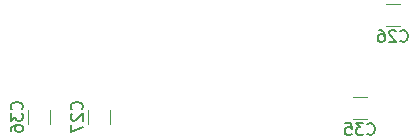
<source format=gbo>
%TF.GenerationSoftware,KiCad,Pcbnew,(5.1.6-0-10_14)*%
%TF.CreationDate,2021-04-04T14:44:52-05:00*%
%TF.ProjectId,preamp_controller1,70726561-6d70-45f6-936f-6e74726f6c6c,Rev. 01*%
%TF.SameCoordinates,Original*%
%TF.FileFunction,Legend,Bot*%
%TF.FilePolarity,Positive*%
%FSLAX46Y46*%
G04 Gerber Fmt 4.6, Leading zero omitted, Abs format (unit mm)*
G04 Created by KiCad (PCBNEW (5.1.6-0-10_14)) date 2021-04-04 14:44:52*
%MOMM*%
%LPD*%
G01*
G04 APERTURE LIST*
%ADD10C,0.120000*%
%ADD11C,0.150000*%
G04 APERTURE END LIST*
D10*
%TO.C,C26*%
X130969936Y-910000D02*
X132174064Y-910000D01*
X130969936Y910000D02*
X132174064Y910000D01*
%TO.C,C27*%
X107590000Y-8033936D02*
X107590000Y-9238064D01*
X105770000Y-8033936D02*
X105770000Y-9238064D01*
%TO.C,C35*%
X128175936Y-6964000D02*
X129380064Y-6964000D01*
X128175936Y-8784000D02*
X129380064Y-8784000D01*
%TO.C,C36*%
X100690000Y-8033936D02*
X100690000Y-9238064D01*
X102510000Y-8033936D02*
X102510000Y-9238064D01*
%TO.C,C26*%
D11*
X132214857Y-2177142D02*
X132262476Y-2224761D01*
X132405333Y-2272380D01*
X132500571Y-2272380D01*
X132643428Y-2224761D01*
X132738666Y-2129523D01*
X132786285Y-2034285D01*
X132833904Y-1843809D01*
X132833904Y-1700952D01*
X132786285Y-1510476D01*
X132738666Y-1415238D01*
X132643428Y-1320000D01*
X132500571Y-1272380D01*
X132405333Y-1272380D01*
X132262476Y-1320000D01*
X132214857Y-1367619D01*
X131833904Y-1367619D02*
X131786285Y-1320000D01*
X131691047Y-1272380D01*
X131452952Y-1272380D01*
X131357714Y-1320000D01*
X131310095Y-1367619D01*
X131262476Y-1462857D01*
X131262476Y-1558095D01*
X131310095Y-1700952D01*
X131881523Y-2272380D01*
X131262476Y-2272380D01*
X130405333Y-1272380D02*
X130595809Y-1272380D01*
X130691047Y-1320000D01*
X130738666Y-1367619D01*
X130833904Y-1510476D01*
X130881523Y-1700952D01*
X130881523Y-2081904D01*
X130833904Y-2177142D01*
X130786285Y-2224761D01*
X130691047Y-2272380D01*
X130500571Y-2272380D01*
X130405333Y-2224761D01*
X130357714Y-2177142D01*
X130310095Y-2081904D01*
X130310095Y-1843809D01*
X130357714Y-1748571D01*
X130405333Y-1700952D01*
X130500571Y-1653333D01*
X130691047Y-1653333D01*
X130786285Y-1700952D01*
X130833904Y-1748571D01*
X130881523Y-1843809D01*
%TO.C,C27*%
X105217142Y-7993142D02*
X105264761Y-7945523D01*
X105312380Y-7802666D01*
X105312380Y-7707428D01*
X105264761Y-7564571D01*
X105169523Y-7469333D01*
X105074285Y-7421714D01*
X104883809Y-7374095D01*
X104740952Y-7374095D01*
X104550476Y-7421714D01*
X104455238Y-7469333D01*
X104360000Y-7564571D01*
X104312380Y-7707428D01*
X104312380Y-7802666D01*
X104360000Y-7945523D01*
X104407619Y-7993142D01*
X104407619Y-8374095D02*
X104360000Y-8421714D01*
X104312380Y-8516952D01*
X104312380Y-8755047D01*
X104360000Y-8850285D01*
X104407619Y-8897904D01*
X104502857Y-8945523D01*
X104598095Y-8945523D01*
X104740952Y-8897904D01*
X105312380Y-8326476D01*
X105312380Y-8945523D01*
X104312380Y-9278857D02*
X104312380Y-9945523D01*
X105312380Y-9516952D01*
%TO.C,C35*%
X129420857Y-10051142D02*
X129468476Y-10098761D01*
X129611333Y-10146380D01*
X129706571Y-10146380D01*
X129849428Y-10098761D01*
X129944666Y-10003523D01*
X129992285Y-9908285D01*
X130039904Y-9717809D01*
X130039904Y-9574952D01*
X129992285Y-9384476D01*
X129944666Y-9289238D01*
X129849428Y-9194000D01*
X129706571Y-9146380D01*
X129611333Y-9146380D01*
X129468476Y-9194000D01*
X129420857Y-9241619D01*
X129087523Y-9146380D02*
X128468476Y-9146380D01*
X128801809Y-9527333D01*
X128658952Y-9527333D01*
X128563714Y-9574952D01*
X128516095Y-9622571D01*
X128468476Y-9717809D01*
X128468476Y-9955904D01*
X128516095Y-10051142D01*
X128563714Y-10098761D01*
X128658952Y-10146380D01*
X128944666Y-10146380D01*
X129039904Y-10098761D01*
X129087523Y-10051142D01*
X127563714Y-9146380D02*
X128039904Y-9146380D01*
X128087523Y-9622571D01*
X128039904Y-9574952D01*
X127944666Y-9527333D01*
X127706571Y-9527333D01*
X127611333Y-9574952D01*
X127563714Y-9622571D01*
X127516095Y-9717809D01*
X127516095Y-9955904D01*
X127563714Y-10051142D01*
X127611333Y-10098761D01*
X127706571Y-10146380D01*
X127944666Y-10146380D01*
X128039904Y-10098761D01*
X128087523Y-10051142D01*
%TO.C,C36*%
X100137142Y-7993142D02*
X100184761Y-7945523D01*
X100232380Y-7802666D01*
X100232380Y-7707428D01*
X100184761Y-7564571D01*
X100089523Y-7469333D01*
X99994285Y-7421714D01*
X99803809Y-7374095D01*
X99660952Y-7374095D01*
X99470476Y-7421714D01*
X99375238Y-7469333D01*
X99280000Y-7564571D01*
X99232380Y-7707428D01*
X99232380Y-7802666D01*
X99280000Y-7945523D01*
X99327619Y-7993142D01*
X99232380Y-8326476D02*
X99232380Y-8945523D01*
X99613333Y-8612190D01*
X99613333Y-8755047D01*
X99660952Y-8850285D01*
X99708571Y-8897904D01*
X99803809Y-8945523D01*
X100041904Y-8945523D01*
X100137142Y-8897904D01*
X100184761Y-8850285D01*
X100232380Y-8755047D01*
X100232380Y-8469333D01*
X100184761Y-8374095D01*
X100137142Y-8326476D01*
X99232380Y-9802666D02*
X99232380Y-9612190D01*
X99280000Y-9516952D01*
X99327619Y-9469333D01*
X99470476Y-9374095D01*
X99660952Y-9326476D01*
X100041904Y-9326476D01*
X100137142Y-9374095D01*
X100184761Y-9421714D01*
X100232380Y-9516952D01*
X100232380Y-9707428D01*
X100184761Y-9802666D01*
X100137142Y-9850285D01*
X100041904Y-9897904D01*
X99803809Y-9897904D01*
X99708571Y-9850285D01*
X99660952Y-9802666D01*
X99613333Y-9707428D01*
X99613333Y-9516952D01*
X99660952Y-9421714D01*
X99708571Y-9374095D01*
X99803809Y-9326476D01*
%TD*%
M02*

</source>
